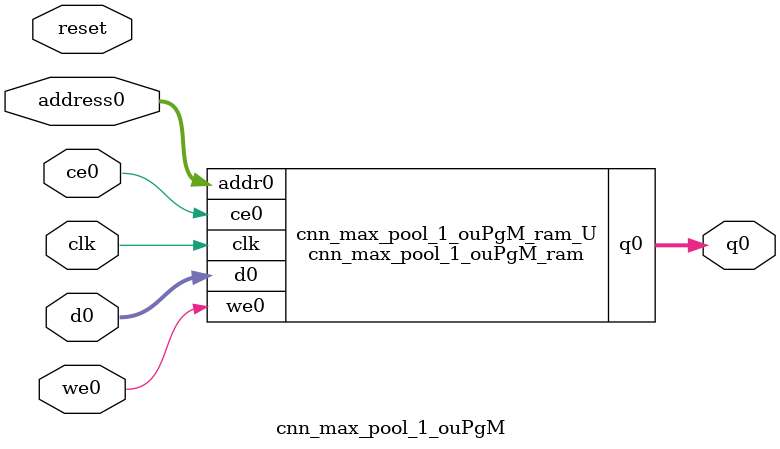
<source format=v>
`timescale 1 ns / 1 ps
module cnn_max_pool_1_ouPgM_ram (addr0, ce0, d0, we0, q0,  clk);

parameter DWIDTH = 14;
parameter AWIDTH = 10;
parameter MEM_SIZE = 1014;

input[AWIDTH-1:0] addr0;
input ce0;
input[DWIDTH-1:0] d0;
input we0;
output reg[DWIDTH-1:0] q0;
input clk;

(* ram_style = "block" *)reg [DWIDTH-1:0] ram[0:MEM_SIZE-1];




always @(posedge clk)  
begin 
    if (ce0) 
    begin
        if (we0) 
        begin 
            ram[addr0] <= d0; 
        end 
        q0 <= ram[addr0];
    end
end


endmodule

`timescale 1 ns / 1 ps
module cnn_max_pool_1_ouPgM(
    reset,
    clk,
    address0,
    ce0,
    we0,
    d0,
    q0);

parameter DataWidth = 32'd14;
parameter AddressRange = 32'd1014;
parameter AddressWidth = 32'd10;
input reset;
input clk;
input[AddressWidth - 1:0] address0;
input ce0;
input we0;
input[DataWidth - 1:0] d0;
output[DataWidth - 1:0] q0;



cnn_max_pool_1_ouPgM_ram cnn_max_pool_1_ouPgM_ram_U(
    .clk( clk ),
    .addr0( address0 ),
    .ce0( ce0 ),
    .we0( we0 ),
    .d0( d0 ),
    .q0( q0 ));

endmodule


</source>
